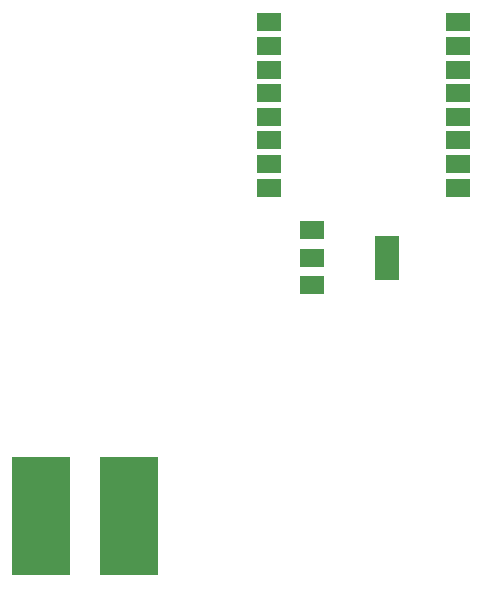
<source format=gbr>
%TF.GenerationSoftware,KiCad,Pcbnew,(7.0.0)*%
%TF.CreationDate,2023-07-05T19:52:24+02:00*%
%TF.ProjectId,atmega328p-gate_controller,61746d65-6761-4333-9238-702d67617465,rev?*%
%TF.SameCoordinates,Original*%
%TF.FileFunction,Paste,Top*%
%TF.FilePolarity,Positive*%
%FSLAX46Y46*%
G04 Gerber Fmt 4.6, Leading zero omitted, Abs format (unit mm)*
G04 Created by KiCad (PCBNEW (7.0.0)) date 2023-07-05 19:52:24*
%MOMM*%
%LPD*%
G01*
G04 APERTURE LIST*
%ADD10R,5.000000X10.000000*%
%ADD11R,2.000000X1.500000*%
%ADD12R,2.000000X3.800000*%
G04 APERTURE END LIST*
D10*
%TO.C,REF\u002A\u002A*%
X62824999Y-97774999D03*
%TD*%
D11*
%TO.C,U3*%
X82122618Y-55984999D03*
X82122618Y-57984999D03*
X82122618Y-59984999D03*
X82122618Y-61984999D03*
X82122618Y-63984999D03*
X82122618Y-65984999D03*
X82122618Y-67984999D03*
X82122618Y-69984999D03*
X98122618Y-69984999D03*
X98122618Y-67984999D03*
X98122618Y-65984999D03*
X98122618Y-63984999D03*
X98122618Y-61984999D03*
X98122618Y-59984999D03*
X98122618Y-57984999D03*
X98122618Y-55984999D03*
%TD*%
%TO.C,U2*%
X85799999Y-73599999D03*
X85799999Y-75899999D03*
D12*
X92099999Y-75899999D03*
D11*
X85799999Y-78199999D03*
%TD*%
D10*
%TO.C,REF\u002A\u002A*%
X70274999Y-97774999D03*
%TD*%
M02*

</source>
